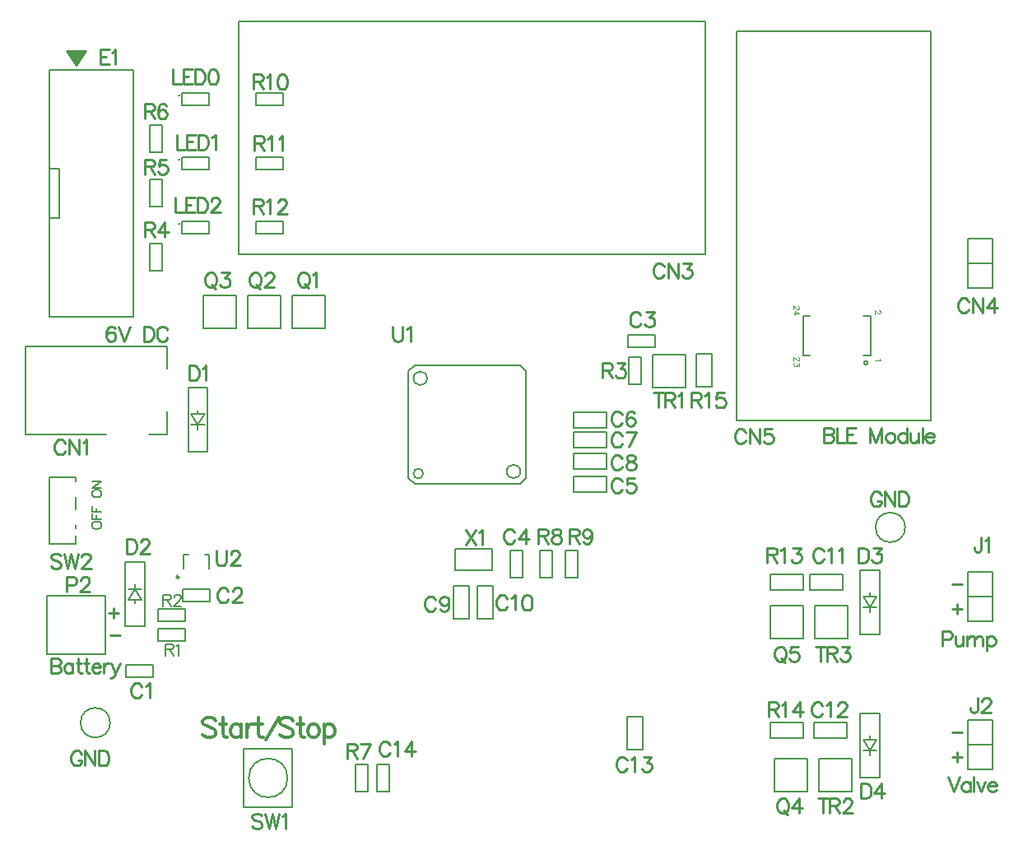
<source format=gto>
%FSLAX25Y25*%
%MOIN*%
G70*
G01*
G75*
G04 Layer_Color=65535*
%ADD10R,0.05906X0.00984*%
%ADD11R,0.03500X0.03500*%
%ADD12R,0.03937X0.03150*%
%ADD13R,0.05118X0.03937*%
%ADD14R,0.05906X0.03937*%
%ADD15R,0.03937X0.07087*%
%ADD16R,0.03500X0.03500*%
%ADD17R,0.03937X0.05118*%
%ADD18R,0.05906X0.07087*%
%ADD19R,0.03543X0.03740*%
%ADD20R,0.03543X0.03740*%
%ADD21R,0.00984X0.05906*%
%ADD22R,0.00787X0.04724*%
%ADD23R,0.03150X0.02362*%
%ADD24R,0.05512X0.01969*%
%ADD25R,0.05512X0.05512*%
%ADD26C,0.01969*%
%ADD27C,0.01181*%
%ADD28C,0.03937*%
%ADD29C,0.00787*%
%ADD30C,0.01000*%
%ADD31C,0.05512*%
%ADD32R,0.05512X0.05512*%
%ADD33R,0.05906X0.05906*%
%ADD34C,0.05906*%
%ADD35C,0.05512*%
%ADD36C,0.11024*%
%ADD37C,0.12598*%
%ADD38R,0.05906X0.05906*%
%ADD39O,0.07874X0.15748*%
%ADD40C,0.05906*%
%ADD41O,0.15748X0.07874*%
%ADD42O,0.07874X0.17716*%
%ADD43C,0.03937*%
%ADD44C,0.00591*%
%ADD45C,0.00984*%
%ADD46C,0.00600*%
%ADD47C,0.00598*%
%ADD48C,0.00591*%
%ADD49C,0.00394*%
%ADD50R,0.06000X0.01811*%
%ADD51R,0.02000X0.02500*%
%ADD52R,0.04000X0.02811*%
D27*
X68248Y-285138D02*
X67498Y-284388D01*
X66374Y-284014D01*
X64874D01*
X63750Y-284388D01*
X63000Y-285138D01*
Y-285888D01*
X63375Y-286638D01*
X63750Y-287013D01*
X64499Y-287387D01*
X66749Y-288137D01*
X67498Y-288512D01*
X67873Y-288887D01*
X68248Y-289637D01*
Y-290761D01*
X67498Y-291511D01*
X66374Y-291886D01*
X64874D01*
X63750Y-291511D01*
X63000Y-290761D01*
X71135Y-284014D02*
Y-290386D01*
X71510Y-291511D01*
X72259Y-291886D01*
X73009D01*
X70010Y-286638D02*
X72634D01*
X78632D02*
Y-291886D01*
Y-287762D02*
X77882Y-287013D01*
X77133Y-286638D01*
X76008D01*
X75258Y-287013D01*
X74509Y-287762D01*
X74134Y-288887D01*
Y-289637D01*
X74509Y-290761D01*
X75258Y-291511D01*
X76008Y-291886D01*
X77133D01*
X77882Y-291511D01*
X78632Y-290761D01*
X80731Y-286638D02*
Y-291886D01*
Y-288887D02*
X81106Y-287762D01*
X81856Y-287013D01*
X82606Y-286638D01*
X83731D01*
X85567Y-284014D02*
Y-290386D01*
X85942Y-291511D01*
X86692Y-291886D01*
X87442D01*
X84443Y-286638D02*
X87067D01*
X88566Y-293010D02*
X93814Y-284014D01*
X99588Y-285138D02*
X98838Y-284388D01*
X97713Y-284014D01*
X96214D01*
X95089Y-284388D01*
X94339Y-285138D01*
Y-285888D01*
X94714Y-286638D01*
X95089Y-287013D01*
X95839Y-287387D01*
X98088Y-288137D01*
X98838Y-288512D01*
X99213Y-288887D01*
X99588Y-289637D01*
Y-290761D01*
X98838Y-291511D01*
X97713Y-291886D01*
X96214D01*
X95089Y-291511D01*
X94339Y-290761D01*
X102474Y-284014D02*
Y-290386D01*
X102849Y-291511D01*
X103599Y-291886D01*
X104349D01*
X101349Y-286638D02*
X103974D01*
X107348D02*
X106598Y-287013D01*
X105848Y-287762D01*
X105473Y-288887D01*
Y-289637D01*
X105848Y-290761D01*
X106598Y-291511D01*
X107348Y-291886D01*
X108472D01*
X109222Y-291511D01*
X109972Y-290761D01*
X110346Y-289637D01*
Y-288887D01*
X109972Y-287762D01*
X109222Y-287013D01*
X108472Y-286638D01*
X107348D01*
X112071D02*
Y-294510D01*
Y-287762D02*
X112821Y-287013D01*
X113570Y-286638D01*
X114695D01*
X115445Y-287013D01*
X116194Y-287762D01*
X116569Y-288887D01*
Y-289637D01*
X116194Y-290761D01*
X115445Y-291511D01*
X114695Y-291886D01*
X113570D01*
X112821Y-291511D01*
X112071Y-290761D01*
D29*
X65618Y-223567D02*
Y-217760D01*
X55382Y-223567D02*
Y-217760D01*
X57153D01*
X63846D02*
X65618D01*
X77500Y-96386D02*
X266500D01*
X77500Y-1886D02*
X266500D01*
X77500Y-96386D02*
Y-1886D01*
X266500Y-96386D02*
Y-1886D01*
X48000Y-254162D02*
Y-258886D01*
Y-254162D02*
X50024D01*
X50699Y-254387D01*
X50924Y-254612D01*
X51149Y-255062D01*
Y-255512D01*
X50924Y-255962D01*
X50699Y-256187D01*
X50024Y-256412D01*
X48000D01*
X49575D02*
X51149Y-258886D01*
X52206Y-255062D02*
X52656Y-254837D01*
X53331Y-254162D01*
Y-258886D01*
X47000Y-234162D02*
Y-238886D01*
Y-234162D02*
X49024D01*
X49699Y-234387D01*
X49924Y-234612D01*
X50149Y-235062D01*
Y-235512D01*
X49924Y-235962D01*
X49699Y-236187D01*
X49024Y-236412D01*
X47000D01*
X48575D02*
X50149Y-238886D01*
X51431Y-235287D02*
Y-235062D01*
X51656Y-234612D01*
X51881Y-234387D01*
X52331Y-234162D01*
X53230D01*
X53680Y-234387D01*
X53905Y-234612D01*
X54130Y-235062D01*
Y-235512D01*
X53905Y-235962D01*
X53455Y-236637D01*
X51206Y-238886D01*
X54355D01*
D30*
X53500Y-83886D02*
G03*
X53500Y-83886I-200J0D01*
G01*
Y-57886D02*
G03*
X53500Y-57886I-200J0D01*
G01*
Y-31886D02*
G03*
X53500Y-31886I-200J0D01*
G01*
X138785Y-295028D02*
X138499Y-294457D01*
X137928Y-293885D01*
X137356Y-293600D01*
X136214D01*
X135643Y-293885D01*
X135071Y-294457D01*
X134786Y-295028D01*
X134500Y-295885D01*
Y-297313D01*
X134786Y-298170D01*
X135071Y-298742D01*
X135643Y-299313D01*
X136214Y-299598D01*
X137356D01*
X137928Y-299313D01*
X138499Y-298742D01*
X138785Y-298170D01*
X140470Y-294742D02*
X141042Y-294457D01*
X141898Y-293600D01*
Y-299598D01*
X147726Y-293600D02*
X144869Y-297599D01*
X149154D01*
X147726Y-293600D02*
Y-299598D01*
X38285Y-271430D02*
X37999Y-270858D01*
X37428Y-270287D01*
X36856Y-270001D01*
X35714D01*
X35143Y-270287D01*
X34571Y-270858D01*
X34286Y-271430D01*
X34000Y-272287D01*
Y-273715D01*
X34286Y-274572D01*
X34571Y-275143D01*
X35143Y-275714D01*
X35714Y-276000D01*
X36856D01*
X37428Y-275714D01*
X37999Y-275143D01*
X38285Y-274572D01*
X39970Y-271144D02*
X40541Y-270858D01*
X41398Y-270001D01*
Y-276000D01*
X73308Y-232815D02*
X73023Y-232244D01*
X72452Y-231673D01*
X71880Y-231387D01*
X70737D01*
X70166Y-231673D01*
X69595Y-232244D01*
X69309Y-232815D01*
X69024Y-233672D01*
Y-235101D01*
X69309Y-235958D01*
X69595Y-236529D01*
X70166Y-237100D01*
X70737Y-237386D01*
X71880D01*
X72452Y-237100D01*
X73023Y-236529D01*
X73308Y-235958D01*
X75279Y-232815D02*
Y-232530D01*
X75565Y-231958D01*
X75851Y-231673D01*
X76422Y-231387D01*
X77565D01*
X78136Y-231673D01*
X78422Y-231958D01*
X78707Y-232530D01*
Y-233101D01*
X78422Y-233672D01*
X77850Y-234529D01*
X74994Y-237386D01*
X78993D01*
X240354Y-121065D02*
X240068Y-120494D01*
X239497Y-119923D01*
X238925Y-119637D01*
X237783D01*
X237211Y-119923D01*
X236640Y-120494D01*
X236355Y-121065D01*
X236069Y-121922D01*
Y-123351D01*
X236355Y-124208D01*
X236640Y-124779D01*
X237211Y-125350D01*
X237783Y-125636D01*
X238925D01*
X239497Y-125350D01*
X240068Y-124779D01*
X240354Y-124208D01*
X242610Y-119637D02*
X245753D01*
X244039Y-121922D01*
X244896D01*
X245467Y-122208D01*
X245753Y-122494D01*
X246038Y-123351D01*
Y-123922D01*
X245753Y-124779D01*
X245181Y-125350D01*
X244324Y-125636D01*
X243467D01*
X242610Y-125350D01*
X242325Y-125065D01*
X242039Y-124493D01*
X189285Y-208930D02*
X188999Y-208358D01*
X188428Y-207787D01*
X187856Y-207501D01*
X186714D01*
X186143Y-207787D01*
X185571Y-208358D01*
X185286Y-208930D01*
X185000Y-209787D01*
Y-211215D01*
X185286Y-212072D01*
X185571Y-212643D01*
X186143Y-213214D01*
X186714Y-213500D01*
X187856D01*
X188428Y-213214D01*
X188999Y-212643D01*
X189285Y-212072D01*
X193827Y-207501D02*
X190970Y-211500D01*
X195255D01*
X193827Y-207501D02*
Y-213500D01*
X232785Y-188315D02*
X232499Y-187744D01*
X231928Y-187173D01*
X231357Y-186887D01*
X230214D01*
X229643Y-187173D01*
X229071Y-187744D01*
X228786Y-188315D01*
X228500Y-189172D01*
Y-190601D01*
X228786Y-191458D01*
X229071Y-192029D01*
X229643Y-192600D01*
X230214Y-192886D01*
X231357D01*
X231928Y-192600D01*
X232499Y-192029D01*
X232785Y-191458D01*
X237898Y-186887D02*
X235041D01*
X234756Y-189458D01*
X235041Y-189172D01*
X235898Y-188887D01*
X236755D01*
X237612Y-189172D01*
X238184Y-189744D01*
X238469Y-190601D01*
Y-191172D01*
X238184Y-192029D01*
X237612Y-192600D01*
X236755Y-192886D01*
X235898D01*
X235041Y-192600D01*
X234756Y-192315D01*
X234470Y-191743D01*
X232785Y-161315D02*
X232499Y-160744D01*
X231928Y-160173D01*
X231357Y-159887D01*
X230214D01*
X229643Y-160173D01*
X229071Y-160744D01*
X228786Y-161315D01*
X228500Y-162172D01*
Y-163601D01*
X228786Y-164458D01*
X229071Y-165029D01*
X229643Y-165600D01*
X230214Y-165886D01*
X231357D01*
X231928Y-165600D01*
X232499Y-165029D01*
X232785Y-164458D01*
X237898Y-160744D02*
X237612Y-160173D01*
X236755Y-159887D01*
X236184D01*
X235327Y-160173D01*
X234756Y-161030D01*
X234470Y-162458D01*
Y-163886D01*
X234756Y-165029D01*
X235327Y-165600D01*
X236184Y-165886D01*
X236470D01*
X237327Y-165600D01*
X237898Y-165029D01*
X238184Y-164172D01*
Y-163886D01*
X237898Y-163029D01*
X237327Y-162458D01*
X236470Y-162172D01*
X236184D01*
X235327Y-162458D01*
X234756Y-163029D01*
X234470Y-163886D01*
X232785Y-169815D02*
X232499Y-169244D01*
X231928Y-168673D01*
X231357Y-168387D01*
X230214D01*
X229643Y-168673D01*
X229071Y-169244D01*
X228786Y-169815D01*
X228500Y-170672D01*
Y-172101D01*
X228786Y-172958D01*
X229071Y-173529D01*
X229643Y-174100D01*
X230214Y-174386D01*
X231357D01*
X231928Y-174100D01*
X232499Y-173529D01*
X232785Y-172958D01*
X238469Y-168387D02*
X235613Y-174386D01*
X234470Y-168387D02*
X238469D01*
X232785Y-179079D02*
X232499Y-178508D01*
X231928Y-177937D01*
X231357Y-177651D01*
X230214D01*
X229643Y-177937D01*
X229071Y-178508D01*
X228786Y-179079D01*
X228500Y-179936D01*
Y-181364D01*
X228786Y-182221D01*
X229071Y-182793D01*
X229643Y-183364D01*
X230214Y-183650D01*
X231357D01*
X231928Y-183364D01*
X232499Y-182793D01*
X232785Y-182221D01*
X235898Y-177651D02*
X235041Y-177937D01*
X234756Y-178508D01*
Y-179079D01*
X235041Y-179650D01*
X235613Y-179936D01*
X236755Y-180222D01*
X237612Y-180508D01*
X238184Y-181079D01*
X238469Y-181650D01*
Y-182507D01*
X238184Y-183078D01*
X237898Y-183364D01*
X237041Y-183650D01*
X235898D01*
X235041Y-183364D01*
X234756Y-183078D01*
X234470Y-182507D01*
Y-181650D01*
X234756Y-181079D01*
X235327Y-180508D01*
X236184Y-180222D01*
X237327Y-179936D01*
X237898Y-179650D01*
X238184Y-179079D01*
Y-178508D01*
X237898Y-177937D01*
X237041Y-177651D01*
X235898D01*
X157285Y-236315D02*
X156999Y-235744D01*
X156428Y-235173D01*
X155857Y-234887D01*
X154714D01*
X154143Y-235173D01*
X153571Y-235744D01*
X153286Y-236315D01*
X153000Y-237172D01*
Y-238601D01*
X153286Y-239458D01*
X153571Y-240029D01*
X154143Y-240600D01*
X154714Y-240886D01*
X155857D01*
X156428Y-240600D01*
X156999Y-240029D01*
X157285Y-239458D01*
X162684Y-236887D02*
X162398Y-237744D01*
X161827Y-238315D01*
X160970Y-238601D01*
X160684D01*
X159827Y-238315D01*
X159256Y-237744D01*
X158970Y-236887D01*
Y-236601D01*
X159256Y-235744D01*
X159827Y-235173D01*
X160684Y-234887D01*
X160970D01*
X161827Y-235173D01*
X162398Y-235744D01*
X162684Y-236887D01*
Y-238315D01*
X162398Y-239743D01*
X161827Y-240600D01*
X160970Y-240886D01*
X160398D01*
X159541Y-240600D01*
X159256Y-240029D01*
X186285Y-235815D02*
X185999Y-235244D01*
X185428Y-234673D01*
X184856Y-234387D01*
X183714D01*
X183143Y-234673D01*
X182571Y-235244D01*
X182286Y-235815D01*
X182000Y-236672D01*
Y-238101D01*
X182286Y-238958D01*
X182571Y-239529D01*
X183143Y-240100D01*
X183714Y-240386D01*
X184856D01*
X185428Y-240100D01*
X185999Y-239529D01*
X186285Y-238958D01*
X187970Y-235530D02*
X188541Y-235244D01*
X189398Y-234387D01*
Y-240386D01*
X194083Y-234387D02*
X193226Y-234673D01*
X192655Y-235530D01*
X192369Y-236958D01*
Y-237815D01*
X192655Y-239243D01*
X193226Y-240100D01*
X194083Y-240386D01*
X194654D01*
X195511Y-240100D01*
X196083Y-239243D01*
X196368Y-237815D01*
Y-236958D01*
X196083Y-235530D01*
X195511Y-234673D01*
X194654Y-234387D01*
X194083D01*
X234785Y-301315D02*
X234499Y-300744D01*
X233928Y-300173D01*
X233356Y-299887D01*
X232214D01*
X231643Y-300173D01*
X231071Y-300744D01*
X230786Y-301315D01*
X230500Y-302172D01*
Y-303601D01*
X230786Y-304458D01*
X231071Y-305029D01*
X231643Y-305600D01*
X232214Y-305886D01*
X233356D01*
X233928Y-305600D01*
X234499Y-305029D01*
X234785Y-304458D01*
X236470Y-301030D02*
X237041Y-300744D01*
X237898Y-299887D01*
Y-305886D01*
X241441Y-299887D02*
X244583D01*
X242869Y-302172D01*
X243726D01*
X244297Y-302458D01*
X244583Y-302744D01*
X244868Y-303601D01*
Y-304172D01*
X244583Y-305029D01*
X244011Y-305600D01*
X243154Y-305886D01*
X242298D01*
X241441Y-305600D01*
X241155Y-305314D01*
X240869Y-304743D01*
X7285Y-172815D02*
X6999Y-172244D01*
X6428Y-171673D01*
X5856Y-171387D01*
X4714D01*
X4143Y-171673D01*
X3571Y-172244D01*
X3286Y-172815D01*
X3000Y-173672D01*
Y-175101D01*
X3286Y-175958D01*
X3571Y-176529D01*
X4143Y-177100D01*
X4714Y-177386D01*
X5856D01*
X6428Y-177100D01*
X6999Y-176529D01*
X7285Y-175958D01*
X8970Y-171387D02*
Y-177386D01*
Y-171387D02*
X12969Y-177386D01*
Y-171387D02*
Y-177386D01*
X14626Y-172530D02*
X15197Y-172244D01*
X16054Y-171387D01*
Y-177386D01*
X57500Y-141387D02*
Y-147386D01*
Y-141387D02*
X59500D01*
X60356Y-141673D01*
X60928Y-142244D01*
X61213Y-142815D01*
X61499Y-143672D01*
Y-145101D01*
X61213Y-145958D01*
X60928Y-146529D01*
X60356Y-147100D01*
X59500Y-147386D01*
X57500D01*
X62842Y-142530D02*
X63413Y-142244D01*
X64270Y-141387D01*
Y-147386D01*
X32250Y-211539D02*
Y-217537D01*
Y-211539D02*
X34250D01*
X35107Y-211824D01*
X35678Y-212396D01*
X35963Y-212967D01*
X36249Y-213824D01*
Y-215252D01*
X35963Y-216109D01*
X35678Y-216680D01*
X35107Y-217252D01*
X34250Y-217537D01*
X32250D01*
X37877Y-212967D02*
Y-212681D01*
X38163Y-212110D01*
X38449Y-211824D01*
X39020Y-211539D01*
X40163D01*
X40734Y-211824D01*
X41019Y-212110D01*
X41305Y-212681D01*
Y-213253D01*
X41019Y-213824D01*
X40448Y-214681D01*
X37592Y-217537D01*
X41591D01*
X328685Y-215163D02*
Y-221161D01*
Y-215163D02*
X330685D01*
X331542Y-215448D01*
X332113Y-216020D01*
X332399Y-216591D01*
X332684Y-217448D01*
Y-218876D01*
X332399Y-219733D01*
X332113Y-220304D01*
X331542Y-220876D01*
X330685Y-221161D01*
X328685D01*
X334598Y-215163D02*
X337740D01*
X336026Y-217448D01*
X336883D01*
X337455Y-217734D01*
X337740Y-218019D01*
X338026Y-218876D01*
Y-219447D01*
X337740Y-220304D01*
X337169Y-220876D01*
X336312Y-221161D01*
X335455D01*
X334598Y-220876D01*
X334312Y-220590D01*
X334027Y-220019D01*
X329685Y-310663D02*
Y-316661D01*
Y-310663D02*
X331685D01*
X332542Y-310948D01*
X333113Y-311520D01*
X333399Y-312091D01*
X333684Y-312948D01*
Y-314376D01*
X333399Y-315233D01*
X333113Y-315805D01*
X332542Y-316376D01*
X331685Y-316661D01*
X329685D01*
X337883Y-310663D02*
X335027Y-314662D01*
X339312D01*
X337883Y-310663D02*
Y-316661D01*
X25214Y-13387D02*
X21500D01*
Y-19386D01*
X25214D01*
X21500Y-16244D02*
X23785D01*
X26213Y-14530D02*
X26785Y-14244D01*
X27642Y-13387D01*
Y-19386D01*
X378309Y-211001D02*
Y-215572D01*
X378024Y-216429D01*
X377738Y-216714D01*
X377167Y-217000D01*
X376595D01*
X376024Y-216714D01*
X375738Y-216429D01*
X375453Y-215572D01*
Y-215000D01*
X379852Y-212144D02*
X380423Y-211858D01*
X381280Y-211001D01*
Y-217000D01*
X376809Y-276001D02*
Y-280572D01*
X376524Y-281429D01*
X376238Y-281714D01*
X375667Y-282000D01*
X375095D01*
X374524Y-281714D01*
X374238Y-281429D01*
X373953Y-280572D01*
Y-280000D01*
X378638Y-277430D02*
Y-277144D01*
X378923Y-276573D01*
X379209Y-276287D01*
X379780Y-276001D01*
X380923D01*
X381494Y-276287D01*
X381780Y-276573D01*
X382065Y-277144D01*
Y-277715D01*
X381780Y-278287D01*
X381208Y-279144D01*
X378352Y-282000D01*
X382351D01*
X51000Y-21387D02*
Y-27386D01*
X54428D01*
X58798Y-21387D02*
X55085D01*
Y-27386D01*
X58798D01*
X55085Y-24244D02*
X57370D01*
X59798Y-21387D02*
Y-27386D01*
Y-21387D02*
X61798D01*
X62655Y-21673D01*
X63226Y-22244D01*
X63512Y-22815D01*
X63797Y-23672D01*
Y-25101D01*
X63512Y-25958D01*
X63226Y-26529D01*
X62655Y-27100D01*
X61798Y-27386D01*
X59798D01*
X66854Y-21387D02*
X65997Y-21673D01*
X65425Y-22530D01*
X65140Y-23958D01*
Y-24815D01*
X65425Y-26243D01*
X65997Y-27100D01*
X66854Y-27386D01*
X67425D01*
X68282Y-27100D01*
X68853Y-26243D01*
X69139Y-24815D01*
Y-23958D01*
X68853Y-22530D01*
X68282Y-21673D01*
X67425Y-21387D01*
X66854D01*
X52500Y-47887D02*
Y-53886D01*
X55928D01*
X60298Y-47887D02*
X56585D01*
Y-53886D01*
X60298D01*
X56585Y-50744D02*
X58870D01*
X61298Y-47887D02*
Y-53886D01*
Y-47887D02*
X63298D01*
X64155Y-48173D01*
X64726Y-48744D01*
X65012Y-49315D01*
X65297Y-50172D01*
Y-51601D01*
X65012Y-52458D01*
X64726Y-53029D01*
X64155Y-53600D01*
X63298Y-53886D01*
X61298D01*
X66640Y-49030D02*
X67211Y-48744D01*
X68068Y-47887D01*
Y-53886D01*
X52000Y-73387D02*
Y-79386D01*
X55428D01*
X59798Y-73387D02*
X56085D01*
Y-79386D01*
X59798D01*
X56085Y-76244D02*
X58370D01*
X60798Y-73387D02*
Y-79386D01*
Y-73387D02*
X62798D01*
X63655Y-73673D01*
X64226Y-74244D01*
X64512Y-74815D01*
X64797Y-75672D01*
Y-77101D01*
X64512Y-77958D01*
X64226Y-78529D01*
X63655Y-79100D01*
X62798Y-79386D01*
X60798D01*
X66426Y-74815D02*
Y-74530D01*
X66711Y-73958D01*
X66997Y-73673D01*
X67568Y-73387D01*
X68711D01*
X69282Y-73673D01*
X69568Y-73958D01*
X69853Y-74530D01*
Y-75101D01*
X69568Y-75672D01*
X68996Y-76529D01*
X66140Y-79386D01*
X70139D01*
X8000Y-230143D02*
X10571D01*
X11428Y-229858D01*
X11714Y-229572D01*
X11999Y-229001D01*
Y-228144D01*
X11714Y-227573D01*
X11428Y-227287D01*
X10571Y-227001D01*
X8000D01*
Y-233000D01*
X13627Y-228430D02*
Y-228144D01*
X13913Y-227573D01*
X14199Y-227287D01*
X14770Y-227001D01*
X15913D01*
X16484Y-227287D01*
X16770Y-227573D01*
X17055Y-228144D01*
Y-228715D01*
X16770Y-229287D01*
X16198Y-230143D01*
X13342Y-233000D01*
X17341D01*
X225000Y-140387D02*
Y-146386D01*
Y-140387D02*
X227571D01*
X228428Y-140673D01*
X228713Y-140958D01*
X228999Y-141530D01*
Y-142101D01*
X228713Y-142672D01*
X228428Y-142958D01*
X227571Y-143244D01*
X225000D01*
X227000D02*
X228999Y-146386D01*
X230913Y-140387D02*
X234055D01*
X232341Y-142672D01*
X233198D01*
X233769Y-142958D01*
X234055Y-143244D01*
X234341Y-144101D01*
Y-144672D01*
X234055Y-145529D01*
X233484Y-146100D01*
X232627Y-146386D01*
X231770D01*
X230913Y-146100D01*
X230627Y-145815D01*
X230342Y-145243D01*
X39500Y-83387D02*
Y-89386D01*
Y-83387D02*
X42071D01*
X42928Y-83673D01*
X43213Y-83958D01*
X43499Y-84530D01*
Y-85101D01*
X43213Y-85672D01*
X42928Y-85958D01*
X42071Y-86244D01*
X39500D01*
X41500D02*
X43499Y-89386D01*
X47698Y-83387D02*
X44842Y-87386D01*
X49126D01*
X47698Y-83387D02*
Y-89386D01*
X39500Y-57887D02*
Y-63886D01*
Y-57887D02*
X42071D01*
X42928Y-58173D01*
X43213Y-58458D01*
X43499Y-59030D01*
Y-59601D01*
X43213Y-60172D01*
X42928Y-60458D01*
X42071Y-60744D01*
X39500D01*
X41500D02*
X43499Y-63886D01*
X48270Y-57887D02*
X45413D01*
X45127Y-60458D01*
X45413Y-60172D01*
X46270Y-59887D01*
X47127D01*
X47984Y-60172D01*
X48555Y-60744D01*
X48841Y-61601D01*
Y-62172D01*
X48555Y-63029D01*
X47984Y-63600D01*
X47127Y-63886D01*
X46270D01*
X45413Y-63600D01*
X45127Y-63314D01*
X44842Y-62743D01*
X39500Y-35387D02*
Y-41386D01*
Y-35387D02*
X42071D01*
X42928Y-35673D01*
X43213Y-35958D01*
X43499Y-36530D01*
Y-37101D01*
X43213Y-37672D01*
X42928Y-37958D01*
X42071Y-38244D01*
X39500D01*
X41500D02*
X43499Y-41386D01*
X48270Y-36244D02*
X47984Y-35673D01*
X47127Y-35387D01*
X46556D01*
X45699Y-35673D01*
X45127Y-36530D01*
X44842Y-37958D01*
Y-39386D01*
X45127Y-40529D01*
X45699Y-41100D01*
X46556Y-41386D01*
X46841D01*
X47698Y-41100D01*
X48270Y-40529D01*
X48555Y-39672D01*
Y-39386D01*
X48270Y-38529D01*
X47698Y-37958D01*
X46841Y-37672D01*
X46556D01*
X45699Y-37958D01*
X45127Y-38529D01*
X44842Y-39386D01*
X121500Y-294501D02*
Y-300500D01*
Y-294501D02*
X124071D01*
X124928Y-294787D01*
X125214Y-295073D01*
X125499Y-295644D01*
Y-296215D01*
X125214Y-296786D01*
X124928Y-297072D01*
X124071Y-297358D01*
X121500D01*
X123500D02*
X125499Y-300500D01*
X130841Y-294501D02*
X127984Y-300500D01*
X126842Y-294501D02*
X130841D01*
X199000Y-207501D02*
Y-213500D01*
Y-207501D02*
X201571D01*
X202428Y-207787D01*
X202713Y-208073D01*
X202999Y-208644D01*
Y-209215D01*
X202713Y-209787D01*
X202428Y-210072D01*
X201571Y-210358D01*
X199000D01*
X201000D02*
X202999Y-213500D01*
X205770Y-207501D02*
X204913Y-207787D01*
X204627Y-208358D01*
Y-208930D01*
X204913Y-209501D01*
X205484Y-209787D01*
X206627Y-210072D01*
X207484Y-210358D01*
X208055Y-210929D01*
X208341Y-211500D01*
Y-212357D01*
X208055Y-212929D01*
X207769Y-213214D01*
X206913Y-213500D01*
X205770D01*
X204913Y-213214D01*
X204627Y-212929D01*
X204342Y-212357D01*
Y-211500D01*
X204627Y-210929D01*
X205199Y-210358D01*
X206056Y-210072D01*
X207198Y-209787D01*
X207769Y-209501D01*
X208055Y-208930D01*
Y-208358D01*
X207769Y-207787D01*
X206913Y-207501D01*
X205770D01*
X211500D02*
Y-213500D01*
Y-207501D02*
X214071D01*
X214928Y-207787D01*
X215213Y-208073D01*
X215499Y-208644D01*
Y-209215D01*
X215213Y-209787D01*
X214928Y-210072D01*
X214071Y-210358D01*
X211500D01*
X213500D02*
X215499Y-213500D01*
X220555Y-209501D02*
X220269Y-210358D01*
X219698Y-210929D01*
X218841Y-211215D01*
X218556D01*
X217699Y-210929D01*
X217127Y-210358D01*
X216842Y-209501D01*
Y-209215D01*
X217127Y-208358D01*
X217699Y-207787D01*
X218556Y-207501D01*
X218841D01*
X219698Y-207787D01*
X220269Y-208358D01*
X220555Y-209501D01*
Y-210929D01*
X220269Y-212357D01*
X219698Y-213214D01*
X218841Y-213500D01*
X218270D01*
X217413Y-213214D01*
X217127Y-212643D01*
X83500Y-23387D02*
Y-29386D01*
Y-23387D02*
X86071D01*
X86928Y-23673D01*
X87213Y-23958D01*
X87499Y-24530D01*
Y-25101D01*
X87213Y-25672D01*
X86928Y-25958D01*
X86071Y-26244D01*
X83500D01*
X85500D02*
X87499Y-29386D01*
X88842Y-24530D02*
X89413Y-24244D01*
X90270Y-23387D01*
Y-29386D01*
X94955Y-23387D02*
X94098Y-23673D01*
X93526Y-24530D01*
X93241Y-25958D01*
Y-26815D01*
X93526Y-28243D01*
X94098Y-29100D01*
X94955Y-29386D01*
X95526D01*
X96383Y-29100D01*
X96954Y-28243D01*
X97240Y-26815D01*
Y-25958D01*
X96954Y-24530D01*
X96383Y-23673D01*
X95526Y-23387D01*
X94955D01*
X84000Y-48387D02*
Y-54386D01*
Y-48387D02*
X86571D01*
X87428Y-48673D01*
X87713Y-48958D01*
X87999Y-49530D01*
Y-50101D01*
X87713Y-50672D01*
X87428Y-50958D01*
X86571Y-51244D01*
X84000D01*
X86000D02*
X87999Y-54386D01*
X89342Y-49530D02*
X89913Y-49244D01*
X90770Y-48387D01*
Y-54386D01*
X93741Y-49530D02*
X94312Y-49244D01*
X95169Y-48387D01*
Y-54386D01*
X83500Y-73887D02*
Y-79886D01*
Y-73887D02*
X86071D01*
X86928Y-74173D01*
X87213Y-74458D01*
X87499Y-75030D01*
Y-75601D01*
X87213Y-76172D01*
X86928Y-76458D01*
X86071Y-76744D01*
X83500D01*
X85500D02*
X87499Y-79886D01*
X88842Y-75030D02*
X89413Y-74744D01*
X90270Y-73887D01*
Y-79886D01*
X93526Y-75315D02*
Y-75030D01*
X93812Y-74458D01*
X94098Y-74173D01*
X94669Y-73887D01*
X95812D01*
X96383Y-74173D01*
X96669Y-74458D01*
X96954Y-75030D01*
Y-75601D01*
X96669Y-76172D01*
X96097Y-77029D01*
X93241Y-79886D01*
X97240D01*
X291685Y-215163D02*
Y-221161D01*
Y-215163D02*
X294256D01*
X295113Y-215448D01*
X295398Y-215734D01*
X295684Y-216305D01*
Y-216877D01*
X295398Y-217448D01*
X295113Y-217734D01*
X294256Y-218019D01*
X291685D01*
X293685D02*
X295684Y-221161D01*
X297027Y-216305D02*
X297598Y-216020D01*
X298455Y-215163D01*
Y-221161D01*
X301997Y-215163D02*
X305139D01*
X303425Y-217448D01*
X304282D01*
X304854Y-217734D01*
X305139Y-218019D01*
X305425Y-218876D01*
Y-219447D01*
X305139Y-220304D01*
X304568Y-220876D01*
X303711Y-221161D01*
X302854D01*
X301997Y-220876D01*
X301712Y-220590D01*
X301426Y-220019D01*
X292185Y-277663D02*
Y-283661D01*
Y-277663D02*
X294756D01*
X295613Y-277948D01*
X295899Y-278234D01*
X296184Y-278805D01*
Y-279377D01*
X295899Y-279948D01*
X295613Y-280234D01*
X294756Y-280519D01*
X292185D01*
X294185D02*
X296184Y-283661D01*
X297527Y-278805D02*
X298098Y-278520D01*
X298955Y-277663D01*
Y-283661D01*
X304782Y-277663D02*
X301926Y-281662D01*
X306211D01*
X304782Y-277663D02*
Y-283661D01*
X86999Y-323744D02*
X86428Y-323173D01*
X85571Y-322887D01*
X84428D01*
X83571Y-323173D01*
X83000Y-323744D01*
Y-324315D01*
X83286Y-324887D01*
X83571Y-325172D01*
X84143Y-325458D01*
X85856Y-326029D01*
X86428Y-326315D01*
X86713Y-326601D01*
X86999Y-327172D01*
Y-328029D01*
X86428Y-328600D01*
X85571Y-328886D01*
X84428D01*
X83571Y-328600D01*
X83000Y-328029D01*
X88342Y-322887D02*
X89770Y-328886D01*
X91198Y-322887D02*
X89770Y-328886D01*
X91198Y-322887D02*
X92627Y-328886D01*
X94055Y-322887D02*
X92627Y-328886D01*
X95254Y-324030D02*
X95826Y-323744D01*
X96683Y-322887D01*
Y-328886D01*
X247500Y-152387D02*
Y-158386D01*
X245500Y-152387D02*
X249499D01*
X250213D02*
Y-158386D01*
Y-152387D02*
X252784D01*
X253641Y-152673D01*
X253927Y-152958D01*
X254212Y-153530D01*
Y-154101D01*
X253927Y-154672D01*
X253641Y-154958D01*
X252784Y-155244D01*
X250213D01*
X252213D02*
X254212Y-158386D01*
X255555Y-153530D02*
X256126Y-153244D01*
X256983Y-152387D01*
Y-158386D01*
X140050Y-125437D02*
Y-129722D01*
X140336Y-130579D01*
X140907Y-131150D01*
X141764Y-131436D01*
X142335D01*
X143192Y-131150D01*
X143763Y-130579D01*
X144049Y-129722D01*
Y-125437D01*
X145706Y-126580D02*
X146277Y-126294D01*
X147134Y-125437D01*
Y-131436D01*
X68500Y-216387D02*
Y-220672D01*
X68786Y-221529D01*
X69357Y-222100D01*
X70214Y-222386D01*
X70785D01*
X71642Y-222100D01*
X72214Y-221529D01*
X72499Y-220672D01*
Y-216387D01*
X74442Y-217815D02*
Y-217530D01*
X74727Y-216958D01*
X75013Y-216673D01*
X75584Y-216387D01*
X76727D01*
X77298Y-216673D01*
X77584Y-216958D01*
X77869Y-217530D01*
Y-218101D01*
X77584Y-218672D01*
X77012Y-219529D01*
X74156Y-222386D01*
X78155D01*
X169500Y-207887D02*
X173499Y-213886D01*
Y-207887D02*
X169500Y-213886D01*
X174842Y-209030D02*
X175413Y-208744D01*
X176270Y-207887D01*
Y-213886D01*
X282785Y-168430D02*
X282499Y-167858D01*
X281928Y-167287D01*
X281357Y-167001D01*
X280214D01*
X279643Y-167287D01*
X279071Y-167858D01*
X278786Y-168430D01*
X278500Y-169287D01*
Y-170715D01*
X278786Y-171572D01*
X279071Y-172143D01*
X279643Y-172714D01*
X280214Y-173000D01*
X281357D01*
X281928Y-172714D01*
X282499Y-172143D01*
X282785Y-171572D01*
X284470Y-167001D02*
Y-173000D01*
Y-167001D02*
X288469Y-173000D01*
Y-167001D02*
Y-173000D01*
X293554Y-167001D02*
X290697D01*
X290412Y-169572D01*
X290697Y-169287D01*
X291554Y-169001D01*
X292411D01*
X293268Y-169287D01*
X293840Y-169858D01*
X294125Y-170715D01*
Y-171286D01*
X293840Y-172143D01*
X293268Y-172714D01*
X292411Y-173000D01*
X291554D01*
X290697Y-172714D01*
X290412Y-172429D01*
X290126Y-171857D01*
X314470Y-216591D02*
X314184Y-216020D01*
X313613Y-215448D01*
X313042Y-215163D01*
X311899D01*
X311328Y-215448D01*
X310756Y-216020D01*
X310471Y-216591D01*
X310185Y-217448D01*
Y-218876D01*
X310471Y-219733D01*
X310756Y-220304D01*
X311328Y-220876D01*
X311899Y-221161D01*
X313042D01*
X313613Y-220876D01*
X314184Y-220304D01*
X314470Y-219733D01*
X316155Y-216305D02*
X316726Y-216020D01*
X317583Y-215163D01*
Y-221161D01*
X320554Y-216305D02*
X321126Y-216020D01*
X321983Y-215163D01*
Y-221161D01*
X313970Y-279091D02*
X313684Y-278520D01*
X313113Y-277948D01*
X312542Y-277663D01*
X311399D01*
X310828Y-277948D01*
X310256Y-278520D01*
X309971Y-279091D01*
X309685Y-279948D01*
Y-281376D01*
X309971Y-282233D01*
X310256Y-282804D01*
X310828Y-283376D01*
X311399Y-283661D01*
X312542D01*
X313113Y-283376D01*
X313684Y-282804D01*
X313970Y-282233D01*
X315655Y-278805D02*
X316227Y-278520D01*
X317084Y-277663D01*
Y-283661D01*
X320340Y-279091D02*
Y-278805D01*
X320626Y-278234D01*
X320911Y-277948D01*
X321482Y-277663D01*
X322625D01*
X323196Y-277948D01*
X323482Y-278234D01*
X323768Y-278805D01*
Y-279377D01*
X323482Y-279948D01*
X322911Y-280805D01*
X320054Y-283661D01*
X324053D01*
X249785Y-101315D02*
X249499Y-100744D01*
X248928Y-100173D01*
X248357Y-99887D01*
X247214D01*
X246643Y-100173D01*
X246071Y-100744D01*
X245786Y-101315D01*
X245500Y-102172D01*
Y-103601D01*
X245786Y-104458D01*
X246071Y-105029D01*
X246643Y-105600D01*
X247214Y-105886D01*
X248357D01*
X248928Y-105600D01*
X249499Y-105029D01*
X249785Y-104458D01*
X251470Y-99887D02*
Y-105886D01*
Y-99887D02*
X255469Y-105886D01*
Y-99887D02*
Y-105886D01*
X257697Y-99887D02*
X260840D01*
X259126Y-102172D01*
X259983D01*
X260554Y-102458D01*
X260840Y-102744D01*
X261125Y-103601D01*
Y-104172D01*
X260840Y-105029D01*
X260268Y-105600D01*
X259411Y-105886D01*
X258554D01*
X257697Y-105600D01*
X257412Y-105315D01*
X257126Y-104743D01*
X373238Y-115429D02*
X372952Y-114858D01*
X372381Y-114287D01*
X371809Y-114001D01*
X370667D01*
X370095Y-114287D01*
X369524Y-114858D01*
X369238Y-115429D01*
X368953Y-116287D01*
Y-117715D01*
X369238Y-118572D01*
X369524Y-119143D01*
X370095Y-119714D01*
X370667Y-120000D01*
X371809D01*
X372381Y-119714D01*
X372952Y-119143D01*
X373238Y-118572D01*
X374923Y-114001D02*
Y-120000D01*
Y-114001D02*
X378922Y-120000D01*
Y-114001D02*
Y-120000D01*
X383435Y-114001D02*
X380579Y-118000D01*
X384864D01*
X383435Y-114001D02*
Y-120000D01*
X103214Y-103501D02*
X102643Y-103787D01*
X102071Y-104358D01*
X101786Y-104929D01*
X101500Y-105787D01*
Y-107215D01*
X101786Y-108072D01*
X102071Y-108643D01*
X102643Y-109214D01*
X103214Y-109500D01*
X104357D01*
X104928Y-109214D01*
X105499Y-108643D01*
X105785Y-108072D01*
X106070Y-107215D01*
Y-105787D01*
X105785Y-104929D01*
X105499Y-104358D01*
X104928Y-103787D01*
X104357Y-103501D01*
X103214D01*
X104071Y-108357D02*
X105785Y-110071D01*
X107470Y-104644D02*
X108042Y-104358D01*
X108898Y-103501D01*
Y-109500D01*
X83764Y-103637D02*
X83193Y-103923D01*
X82621Y-104494D01*
X82336Y-105065D01*
X82050Y-105922D01*
Y-107351D01*
X82336Y-108208D01*
X82621Y-108779D01*
X83193Y-109350D01*
X83764Y-109636D01*
X84907D01*
X85478Y-109350D01*
X86049Y-108779D01*
X86335Y-108208D01*
X86620Y-107351D01*
Y-105922D01*
X86335Y-105065D01*
X86049Y-104494D01*
X85478Y-103923D01*
X84907Y-103637D01*
X83764D01*
X84621Y-108493D02*
X86335Y-110207D01*
X88306Y-105065D02*
Y-104780D01*
X88591Y-104208D01*
X88877Y-103923D01*
X89448Y-103637D01*
X90591D01*
X91162Y-103923D01*
X91448Y-104208D01*
X91734Y-104780D01*
Y-105351D01*
X91448Y-105922D01*
X90877Y-106779D01*
X88020Y-109636D01*
X92019D01*
X65764Y-103637D02*
X65193Y-103923D01*
X64621Y-104494D01*
X64336Y-105065D01*
X64050Y-105922D01*
Y-107351D01*
X64336Y-108208D01*
X64621Y-108779D01*
X65193Y-109350D01*
X65764Y-109636D01*
X66906D01*
X67478Y-109350D01*
X68049Y-108779D01*
X68335Y-108208D01*
X68621Y-107351D01*
Y-105922D01*
X68335Y-105065D01*
X68049Y-104494D01*
X67478Y-103923D01*
X66906Y-103637D01*
X65764D01*
X66621Y-108493D02*
X68335Y-110207D01*
X70591Y-103637D02*
X73734D01*
X72020Y-105922D01*
X72877D01*
X73448Y-106208D01*
X73734Y-106494D01*
X74019Y-107351D01*
Y-107922D01*
X73734Y-108779D01*
X73162Y-109350D01*
X72305Y-109636D01*
X71448D01*
X70591Y-109350D01*
X70306Y-109064D01*
X70020Y-108493D01*
X297399Y-316663D02*
X296828Y-316948D01*
X296256Y-317520D01*
X295971Y-318091D01*
X295685Y-318948D01*
Y-320376D01*
X295971Y-321233D01*
X296256Y-321804D01*
X296828Y-322376D01*
X297399Y-322661D01*
X298542D01*
X299113Y-322376D01*
X299684Y-321804D01*
X299970Y-321233D01*
X300255Y-320376D01*
Y-318948D01*
X299970Y-318091D01*
X299684Y-317520D01*
X299113Y-316948D01*
X298542Y-316663D01*
X297399D01*
X298256Y-321519D02*
X299970Y-323233D01*
X304512Y-316663D02*
X301655Y-320662D01*
X305940D01*
X304512Y-316663D02*
Y-322661D01*
X296399Y-255163D02*
X295828Y-255448D01*
X295256Y-256020D01*
X294971Y-256591D01*
X294685Y-257448D01*
Y-258876D01*
X294971Y-259733D01*
X295256Y-260304D01*
X295828Y-260876D01*
X296399Y-261161D01*
X297542D01*
X298113Y-260876D01*
X298684Y-260304D01*
X298970Y-259733D01*
X299255Y-258876D01*
Y-257448D01*
X298970Y-256591D01*
X298684Y-256020D01*
X298113Y-255448D01*
X297542Y-255163D01*
X296399D01*
X297256Y-260019D02*
X298970Y-261733D01*
X304083Y-255163D02*
X301226D01*
X300941Y-257734D01*
X301226Y-257448D01*
X302083Y-257162D01*
X302940D01*
X303797Y-257448D01*
X304369Y-258019D01*
X304654Y-258876D01*
Y-259448D01*
X304369Y-260304D01*
X303797Y-260876D01*
X302940Y-261161D01*
X302083D01*
X301226Y-260876D01*
X300941Y-260590D01*
X300655Y-260019D01*
X314185Y-316663D02*
Y-322661D01*
X312185Y-316663D02*
X316184D01*
X316898D02*
Y-322661D01*
Y-316663D02*
X319469D01*
X320326Y-316948D01*
X320612Y-317234D01*
X320898Y-317805D01*
Y-318377D01*
X320612Y-318948D01*
X320326Y-319234D01*
X319469Y-319519D01*
X316898D01*
X318898D02*
X320898Y-322661D01*
X322526Y-318091D02*
Y-317805D01*
X322811Y-317234D01*
X323097Y-316948D01*
X323668Y-316663D01*
X324811D01*
X325382Y-316948D01*
X325668Y-317234D01*
X325954Y-317805D01*
Y-318377D01*
X325668Y-318948D01*
X325097Y-319805D01*
X322240Y-322661D01*
X326239D01*
X313185Y-255163D02*
Y-261161D01*
X311185Y-255163D02*
X315184D01*
X315898D02*
Y-261161D01*
Y-255163D02*
X318469D01*
X319326Y-255448D01*
X319612Y-255734D01*
X319898Y-256305D01*
Y-256877D01*
X319612Y-257448D01*
X319326Y-257734D01*
X318469Y-258019D01*
X315898D01*
X317898D02*
X319898Y-261161D01*
X321811Y-255163D02*
X324954D01*
X323240Y-257448D01*
X324097D01*
X324668Y-257734D01*
X324954Y-258019D01*
X325239Y-258876D01*
Y-259448D01*
X324954Y-260304D01*
X324382Y-260876D01*
X323525Y-261161D01*
X322668D01*
X321811Y-260876D01*
X321526Y-260590D01*
X321240Y-260019D01*
X261000Y-152387D02*
Y-158386D01*
Y-152387D02*
X263571D01*
X264428Y-152673D01*
X264714Y-152958D01*
X264999Y-153530D01*
Y-154101D01*
X264714Y-154672D01*
X264428Y-154958D01*
X263571Y-155244D01*
X261000D01*
X263000D02*
X264999Y-158386D01*
X266342Y-153530D02*
X266913Y-153244D01*
X267770Y-152387D01*
Y-158386D01*
X274169Y-152387D02*
X271312D01*
X271026Y-154958D01*
X271312Y-154672D01*
X272169Y-154387D01*
X273026D01*
X273883Y-154672D01*
X274454Y-155244D01*
X274740Y-156101D01*
Y-156672D01*
X274454Y-157529D01*
X273883Y-158100D01*
X273026Y-158386D01*
X272169D01*
X271312Y-158100D01*
X271026Y-157815D01*
X270741Y-157243D01*
X5499Y-218358D02*
X4928Y-217787D01*
X4071Y-217501D01*
X2928D01*
X2071Y-217787D01*
X1500Y-218358D01*
Y-218930D01*
X1786Y-219501D01*
X2071Y-219787D01*
X2643Y-220072D01*
X4357Y-220643D01*
X4928Y-220929D01*
X5213Y-221215D01*
X5499Y-221786D01*
Y-222643D01*
X4928Y-223214D01*
X4071Y-223500D01*
X2928D01*
X2071Y-223214D01*
X1500Y-222643D01*
X6842Y-217501D02*
X8270Y-223500D01*
X9698Y-217501D02*
X8270Y-223500D01*
X9698Y-217501D02*
X11127Y-223500D01*
X12555Y-217501D02*
X11127Y-223500D01*
X14040Y-218930D02*
Y-218644D01*
X14326Y-218073D01*
X14612Y-217787D01*
X15183Y-217501D01*
X16325D01*
X16897Y-217787D01*
X17182Y-218073D01*
X17468Y-218644D01*
Y-219215D01*
X17182Y-219787D01*
X16611Y-220643D01*
X13755Y-223500D01*
X17754D01*
X314500Y-166501D02*
Y-172500D01*
Y-166501D02*
X317071D01*
X317928Y-166787D01*
X318214Y-167073D01*
X318499Y-167644D01*
Y-168215D01*
X318214Y-168787D01*
X317928Y-169072D01*
X317071Y-169358D01*
X314500D02*
X317071D01*
X317928Y-169643D01*
X318214Y-169929D01*
X318499Y-170500D01*
Y-171357D01*
X318214Y-171929D01*
X317928Y-172214D01*
X317071Y-172500D01*
X314500D01*
X319842Y-166501D02*
Y-172500D01*
X323270D01*
X327640Y-166501D02*
X323926D01*
Y-172500D01*
X327640D01*
X323926Y-169358D02*
X326212D01*
X333353Y-166501D02*
Y-172500D01*
Y-166501D02*
X335638Y-172500D01*
X337924Y-166501D02*
X335638Y-172500D01*
X337924Y-166501D02*
Y-172500D01*
X341066Y-168501D02*
X340494Y-168787D01*
X339923Y-169358D01*
X339637Y-170215D01*
Y-170786D01*
X339923Y-171643D01*
X340494Y-172214D01*
X341066Y-172500D01*
X341923D01*
X342494Y-172214D01*
X343065Y-171643D01*
X343351Y-170786D01*
Y-170215D01*
X343065Y-169358D01*
X342494Y-168787D01*
X341923Y-168501D01*
X341066D01*
X348093Y-166501D02*
Y-172500D01*
Y-169358D02*
X347521Y-168787D01*
X346950Y-168501D01*
X346093D01*
X345522Y-168787D01*
X344951Y-169358D01*
X344665Y-170215D01*
Y-170786D01*
X344951Y-171643D01*
X345522Y-172214D01*
X346093Y-172500D01*
X346950D01*
X347521Y-172214D01*
X348093Y-171643D01*
X349693Y-168501D02*
Y-171357D01*
X349978Y-172214D01*
X350549Y-172500D01*
X351406D01*
X351978Y-172214D01*
X352835Y-171357D01*
Y-168501D02*
Y-172500D01*
X354406Y-166501D02*
Y-172500D01*
X355663Y-170215D02*
X359090D01*
Y-169643D01*
X358805Y-169072D01*
X358519Y-168787D01*
X357948Y-168501D01*
X357091D01*
X356520Y-168787D01*
X355948Y-169358D01*
X355663Y-170215D01*
Y-170786D01*
X355948Y-171643D01*
X356520Y-172214D01*
X357091Y-172500D01*
X357948D01*
X358519Y-172214D01*
X359090Y-171643D01*
X366500Y-290001D02*
X370499D01*
X366500Y-300001D02*
X370499D01*
X368499Y-298002D02*
Y-302000D01*
X366500Y-240001D02*
X370499D01*
X368499Y-238002D02*
Y-242000D01*
X366500Y-230001D02*
X370499D01*
X365000Y-308001D02*
X367285Y-314000D01*
X369570Y-308001D02*
X367285Y-314000D01*
X373769Y-310001D02*
Y-314000D01*
Y-310858D02*
X373198Y-310286D01*
X372627Y-310001D01*
X371770D01*
X371199Y-310286D01*
X370627Y-310858D01*
X370342Y-311715D01*
Y-312286D01*
X370627Y-313143D01*
X371199Y-313714D01*
X371770Y-314000D01*
X372627D01*
X373198Y-313714D01*
X373769Y-313143D01*
X375369Y-308001D02*
Y-314000D01*
X376626Y-310001D02*
X378340Y-314000D01*
X380054Y-310001D02*
X378340Y-314000D01*
X381025Y-311715D02*
X384453D01*
Y-311143D01*
X384167Y-310572D01*
X383882Y-310286D01*
X383310Y-310001D01*
X382453D01*
X381882Y-310286D01*
X381311Y-310858D01*
X381025Y-311715D01*
Y-312286D01*
X381311Y-313143D01*
X381882Y-313714D01*
X382453Y-314000D01*
X383310D01*
X383882Y-313714D01*
X384453Y-313143D01*
X362500Y-252144D02*
X365071D01*
X365928Y-251858D01*
X366213Y-251572D01*
X366499Y-251001D01*
Y-250144D01*
X366213Y-249573D01*
X365928Y-249287D01*
X365071Y-249001D01*
X362500D01*
Y-255000D01*
X367842Y-251001D02*
Y-253857D01*
X368127Y-254714D01*
X368699Y-255000D01*
X369556D01*
X370127Y-254714D01*
X370984Y-253857D01*
Y-251001D02*
Y-255000D01*
X372555Y-251001D02*
Y-255000D01*
Y-252144D02*
X373412Y-251287D01*
X373983Y-251001D01*
X374840D01*
X375412Y-251287D01*
X375697Y-252144D01*
Y-255000D01*
Y-252144D02*
X376554Y-251287D01*
X377125Y-251001D01*
X377982D01*
X378554Y-251287D01*
X378839Y-252144D01*
Y-255000D01*
X380725Y-251001D02*
Y-257000D01*
Y-251858D02*
X381296Y-251287D01*
X381867Y-251001D01*
X382724D01*
X383296Y-251287D01*
X383867Y-251858D01*
X384153Y-252715D01*
Y-253286D01*
X383867Y-254143D01*
X383296Y-254714D01*
X382724Y-255000D01*
X381867D01*
X381296Y-254714D01*
X380725Y-254143D01*
X1500Y-260001D02*
Y-266000D01*
Y-260001D02*
X4071D01*
X4928Y-260287D01*
X5213Y-260573D01*
X5499Y-261144D01*
Y-261715D01*
X5213Y-262286D01*
X4928Y-262572D01*
X4071Y-262858D01*
X1500D02*
X4071D01*
X4928Y-263143D01*
X5213Y-263429D01*
X5499Y-264000D01*
Y-264857D01*
X5213Y-265429D01*
X4928Y-265714D01*
X4071Y-266000D01*
X1500D01*
X10270Y-262001D02*
Y-266000D01*
Y-262858D02*
X9698Y-262286D01*
X9127Y-262001D01*
X8270D01*
X7699Y-262286D01*
X7127Y-262858D01*
X6842Y-263715D01*
Y-264286D01*
X7127Y-265143D01*
X7699Y-265714D01*
X8270Y-266000D01*
X9127D01*
X9698Y-265714D01*
X10270Y-265143D01*
X12726Y-260001D02*
Y-264857D01*
X13012Y-265714D01*
X13583Y-266000D01*
X14154D01*
X11869Y-262001D02*
X13869D01*
X15868Y-260001D02*
Y-264857D01*
X16154Y-265714D01*
X16725Y-266000D01*
X17297D01*
X15011Y-262001D02*
X17011D01*
X18154Y-263715D02*
X21581D01*
Y-263143D01*
X21296Y-262572D01*
X21010Y-262286D01*
X20439Y-262001D01*
X19582D01*
X19011Y-262286D01*
X18439Y-262858D01*
X18154Y-263715D01*
Y-264286D01*
X18439Y-265143D01*
X19011Y-265714D01*
X19582Y-266000D01*
X20439D01*
X21010Y-265714D01*
X21581Y-265143D01*
X22867Y-262001D02*
Y-266000D01*
Y-263715D02*
X23153Y-262858D01*
X23724Y-262286D01*
X24295Y-262001D01*
X25152D01*
X25980D02*
X27694Y-266000D01*
X29408Y-262001D02*
X27694Y-266000D01*
X27123Y-267143D01*
X26552Y-267714D01*
X25980Y-268000D01*
X25695D01*
X25500Y-250501D02*
X29499D01*
X25000Y-241501D02*
X28999D01*
X26999Y-239502D02*
Y-243500D01*
X337785Y-193815D02*
X337499Y-193244D01*
X336928Y-192673D01*
X336356Y-192387D01*
X335214D01*
X334643Y-192673D01*
X334071Y-193244D01*
X333786Y-193815D01*
X333500Y-194672D01*
Y-196101D01*
X333786Y-196958D01*
X334071Y-197529D01*
X334643Y-198100D01*
X335214Y-198386D01*
X336356D01*
X336928Y-198100D01*
X337499Y-197529D01*
X337785Y-196958D01*
Y-196101D01*
X336356D02*
X337785D01*
X339156Y-192387D02*
Y-198386D01*
Y-192387D02*
X343155Y-198386D01*
Y-192387D02*
Y-198386D01*
X344812Y-192387D02*
Y-198386D01*
Y-192387D02*
X346811D01*
X347668Y-192673D01*
X348240Y-193244D01*
X348525Y-193815D01*
X348811Y-194672D01*
Y-196101D01*
X348525Y-196958D01*
X348240Y-197529D01*
X347668Y-198100D01*
X346811Y-198386D01*
X344812D01*
X13970Y-298815D02*
X13684Y-298244D01*
X13113Y-297673D01*
X12542Y-297387D01*
X11399D01*
X10828Y-297673D01*
X10256Y-298244D01*
X9971Y-298815D01*
X9685Y-299672D01*
Y-301101D01*
X9971Y-301958D01*
X10256Y-302529D01*
X10828Y-303100D01*
X11399Y-303386D01*
X12542D01*
X13113Y-303100D01*
X13684Y-302529D01*
X13970Y-301958D01*
Y-301101D01*
X12542D02*
X13970D01*
X15341Y-297387D02*
Y-303386D01*
Y-297387D02*
X19340Y-303386D01*
Y-297387D02*
Y-303386D01*
X20997Y-297387D02*
Y-303386D01*
Y-297387D02*
X22997D01*
X23853Y-297673D01*
X24425Y-298244D01*
X24710Y-298815D01*
X24996Y-299672D01*
Y-301101D01*
X24710Y-301958D01*
X24425Y-302529D01*
X23853Y-303100D01*
X22997Y-303386D01*
X20997D01*
X27428Y-126358D02*
X27142Y-125787D01*
X26285Y-125501D01*
X25714D01*
X24857Y-125787D01*
X24286Y-126644D01*
X24000Y-128072D01*
Y-129500D01*
X24286Y-130643D01*
X24857Y-131214D01*
X25714Y-131500D01*
X26000D01*
X26856Y-131214D01*
X27428Y-130643D01*
X27714Y-129786D01*
Y-129500D01*
X27428Y-128644D01*
X26856Y-128072D01*
X26000Y-127787D01*
X25714D01*
X24857Y-128072D01*
X24286Y-128644D01*
X24000Y-129500D01*
X29028Y-125501D02*
X31313Y-131500D01*
X33598Y-125501D02*
X31313Y-131500D01*
X39083Y-125501D02*
Y-131500D01*
Y-125501D02*
X41082D01*
X41939Y-125787D01*
X42510Y-126358D01*
X42796Y-126929D01*
X43082Y-127787D01*
Y-129215D01*
X42796Y-130072D01*
X42510Y-130643D01*
X41939Y-131214D01*
X41082Y-131500D01*
X39083D01*
X48709Y-126929D02*
X48423Y-126358D01*
X47852Y-125787D01*
X47281Y-125501D01*
X46138D01*
X45567Y-125787D01*
X44995Y-126358D01*
X44710Y-126929D01*
X44424Y-127787D01*
Y-129215D01*
X44710Y-130072D01*
X44995Y-130643D01*
X45567Y-131214D01*
X46138Y-131500D01*
X47281D01*
X47852Y-131214D01*
X48423Y-130643D01*
X48709Y-130072D01*
D44*
X97374Y-308386D02*
G03*
X97374Y-308386I-7874J0D01*
G01*
X152284Y-185071D02*
G03*
X152284Y-185071I-1969J0D01*
G01*
X153858Y-146488D02*
G03*
X153858Y-146488I-2756J0D01*
G01*
X191654Y-184283D02*
G03*
X191654Y-184283I-2756J0D01*
G01*
X332348Y-140310D02*
G03*
X332348Y-140310I-787J0D01*
G01*
X25500Y-286000D02*
G03*
X25500Y-286000I-6000J0D01*
G01*
X347500Y-206886D02*
G03*
X347500Y-206886I-6000J0D01*
G01*
X54500Y-82886D02*
X65500D01*
Y-87886D02*
Y-82886D01*
X54500Y-87886D02*
Y-82886D01*
Y-87886D02*
X65500D01*
X54500Y-56886D02*
X65500D01*
Y-61886D02*
Y-56886D01*
X54500Y-61886D02*
Y-56886D01*
Y-61886D02*
X65500D01*
X54500Y-30886D02*
X65500D01*
Y-35886D02*
Y-30886D01*
X54500Y-35886D02*
Y-30886D01*
Y-35886D02*
X65500D01*
X180677Y-244079D02*
Y-230693D01*
X174378D02*
X180677D01*
X174378Y-244079D02*
Y-230693D01*
Y-244079D02*
X180677D01*
X170835D02*
Y-230693D01*
X164535D02*
X170835D01*
X164535Y-244079D02*
Y-230693D01*
Y-244079D02*
X170835D01*
X79658Y-296575D02*
X99343D01*
X79658Y-320197D02*
X99343D01*
Y-296575D01*
X79658Y-320197D02*
Y-296575D01*
X130000Y-313886D02*
Y-302886D01*
X125000Y-313886D02*
X130000D01*
X125000Y-302886D02*
X130000D01*
X125000Y-313886D02*
Y-302886D01*
X204500Y-227386D02*
Y-216386D01*
X199500Y-227386D02*
X204500D01*
X199500Y-216386D02*
X204500D01*
X199500Y-227386D02*
Y-216386D01*
X187500Y-227386D02*
Y-216386D01*
X192500D01*
X187500Y-227386D02*
X192500D01*
Y-216386D01*
X214862Y-227386D02*
Y-216386D01*
X209862Y-227386D02*
X214862D01*
X209862Y-216386D02*
X214862D01*
X209862Y-227386D02*
Y-216386D01*
X213307Y-186236D02*
X226693D01*
X213307Y-192535D02*
Y-186236D01*
Y-192535D02*
X226693D01*
Y-186236D01*
X213307Y-183299D02*
X226693D01*
Y-177000D01*
X213307D02*
X226693D01*
X213307Y-183299D02*
Y-177000D01*
X240500Y-148886D02*
Y-137886D01*
X235500Y-148886D02*
X240500D01*
X235500Y-137886D02*
X240500D01*
X235500Y-148886D02*
Y-137886D01*
X235319Y-133886D02*
X246319D01*
X235319D02*
Y-128886D01*
X246319Y-133886D02*
Y-128886D01*
X235319D02*
X246319D01*
X213307Y-174535D02*
X226693D01*
Y-168236D01*
X213307D02*
X226693D01*
X213307Y-174535D02*
Y-168236D01*
Y-166535D02*
X226693D01*
Y-160236D01*
X213307D02*
X226693D01*
X213307Y-166535D02*
Y-160236D01*
X45000Y-252886D02*
X56000D01*
X45000D02*
Y-247886D01*
X56000Y-252886D02*
Y-247886D01*
X45000D02*
X56000D01*
X45000Y-244886D02*
X56000D01*
X45000D02*
Y-239886D01*
X56000Y-244886D02*
Y-239886D01*
X45000D02*
X56000D01*
X35500Y-237724D02*
Y-236150D01*
Y-231819D02*
Y-229850D01*
X32744Y-231819D02*
X38256D01*
X32744Y-236150D02*
X35500Y-231819D01*
X32744Y-236150D02*
X38256D01*
X35500Y-231819D02*
X38256Y-236150D01*
X146378Y-187039D02*
Y-143732D01*
X148740Y-141370D01*
X191654D01*
X194016Y-143732D01*
Y-187039D02*
Y-143732D01*
X191654Y-189401D02*
X194016Y-187039D01*
X148740Y-189401D02*
X191654D01*
X146378Y-187039D02*
X148740Y-189401D01*
X61000Y-161024D02*
Y-159449D01*
Y-167323D02*
Y-165354D01*
X58244D02*
X63756D01*
X61000D02*
X63756Y-161024D01*
X58244D02*
X63756D01*
X58244D02*
X61000Y-165354D01*
X333185Y-234799D02*
Y-233224D01*
Y-241098D02*
Y-239130D01*
X330429D02*
X335941D01*
X333185D02*
X335941Y-234799D01*
X330429D02*
X335941D01*
X330429D02*
X333185Y-239130D01*
Y-292799D02*
Y-291224D01*
Y-299098D02*
Y-297130D01*
X330429D02*
X335941D01*
X333185D02*
X335941Y-292799D01*
X330429D02*
X335941D01*
X330429D02*
X333185Y-297130D01*
X234850Y-297079D02*
Y-283693D01*
Y-297079D02*
X241150D01*
Y-283693D01*
X234850D02*
X241150D01*
X292992Y-232311D02*
X306378D01*
Y-226012D01*
X292992D02*
X306378D01*
X292992Y-232311D02*
Y-226012D01*
X292917Y-292311D02*
X306303D01*
Y-286012D01*
X292917D02*
X306303D01*
X292917Y-292311D02*
Y-286012D01*
X306068Y-137160D02*
X309021D01*
X306068Y-121412D02*
X309021D01*
X330674Y-137160D02*
X333627D01*
X330674Y-121412D02*
X333627D01*
X306068Y-137160D02*
Y-121412D01*
X333627Y-137160D02*
Y-121412D01*
X308992Y-232311D02*
X322378D01*
Y-226012D01*
X308992D02*
X322378D01*
X308992Y-232311D02*
Y-226012D01*
X310492Y-292311D02*
X323878D01*
Y-286012D01*
X310492D02*
X323878D01*
X310492Y-292311D02*
Y-286012D01*
X99307Y-112890D02*
X112693D01*
X112693Y-126276D02*
Y-112890D01*
X99307Y-126276D02*
X112693D01*
X99307D02*
Y-112890D01*
X81307D02*
X94693D01*
X94693Y-126276D02*
Y-112890D01*
X81307Y-126276D02*
X94693D01*
X81307D02*
Y-112890D01*
X63307D02*
X76693D01*
X76693Y-126276D02*
Y-112890D01*
X63307Y-126276D02*
X76693D01*
X63307D02*
Y-112890D01*
X292992Y-238665D02*
X306378D01*
X306378Y-252051D02*
Y-238665D01*
X292992Y-252051D02*
X306378D01*
X292992D02*
Y-238665D01*
X294492Y-300665D02*
X307878D01*
X307878Y-314051D02*
Y-300665D01*
X294492Y-314051D02*
X307878D01*
X294492D02*
Y-300665D01*
X245307Y-150276D02*
Y-136890D01*
Y-150276D02*
X258693D01*
X258693D02*
Y-136890D01*
X245307Y-136890D02*
X258693D01*
X324378Y-252051D02*
Y-238665D01*
X310992D02*
X324378D01*
X310992Y-252051D02*
Y-238665D01*
X310992Y-252051D02*
X324378D01*
X325878Y-314051D02*
Y-300665D01*
X312492D02*
X325878D01*
X312492Y-314051D02*
Y-300665D01*
X312492Y-314051D02*
X325878D01*
X269150Y-150079D02*
Y-136693D01*
X262850D02*
X269150D01*
X262850Y-150079D02*
Y-136693D01*
Y-150079D02*
X269150D01*
X55024Y-236886D02*
X66024D01*
X55024D02*
Y-231886D01*
X66024Y-236886D02*
Y-231886D01*
X55024D02*
X66024D01*
X84500Y-30886D02*
X95500D01*
Y-35886D02*
Y-30886D01*
X84500Y-35886D02*
Y-30886D01*
Y-35886D02*
X95500D01*
X84500Y-56886D02*
X95500D01*
Y-61886D02*
Y-56886D01*
X84500Y-61886D02*
Y-56886D01*
Y-61886D02*
X95500D01*
X84500Y-82886D02*
X95500D01*
Y-87886D02*
Y-82886D01*
X84500Y-87886D02*
Y-82886D01*
Y-87886D02*
X95500D01*
X41500Y-102886D02*
Y-91886D01*
X46500D01*
X41500Y-102886D02*
X46500D01*
Y-91886D01*
X41500Y-76886D02*
Y-65886D01*
X46500D01*
X41500Y-76886D02*
X46500D01*
Y-65886D01*
X41500Y-54886D02*
Y-43886D01*
X46500D01*
X41500Y-54886D02*
X46500D01*
Y-43886D01*
X819Y-213386D02*
Y-186614D01*
Y-213425D02*
X11449D01*
X819Y-186614D02*
X11449D01*
Y-199606D02*
Y-194488D01*
Y-213386D02*
Y-210236D01*
Y-207087D02*
Y-205906D01*
Y-188189D02*
Y-186614D01*
X32000Y-267500D02*
X43000D01*
X32000D02*
Y-262500D01*
X43000Y-267500D02*
Y-262500D01*
X32000D02*
X43000D01*
X133500Y-313886D02*
Y-302886D01*
X138500D01*
X133500Y-313886D02*
X138500D01*
Y-302886D01*
D45*
X53315Y-227012D02*
G03*
X53315Y-227012I-492J0D01*
G01*
D46*
X8926Y-14874D02*
Y-14563D01*
X8737Y-14374D02*
X8926Y-14563D01*
X8737Y-14374D02*
X15426D01*
X13926Y-16874D02*
Y-16374D01*
X14426Y-15874D01*
X9426D02*
X14426D01*
X9426D02*
X9926Y-16374D01*
X10961Y-17408D01*
X13392D01*
X13385Y-17415D02*
X13392Y-17408D01*
X12385Y-17415D02*
X13385D01*
X11926Y-17874D02*
X12385Y-17415D01*
X10926Y-17874D02*
X11926D01*
X9926Y-16874D02*
X10926Y-17874D01*
X9926Y-16874D02*
X13926D01*
X12926Y-17874D02*
X13926Y-16874D01*
X10926Y-17874D02*
X12926D01*
X11926Y-19374D02*
X12426Y-18874D01*
X11426D02*
X12426D01*
X10926Y-18374D02*
X11426Y-18874D01*
X10926Y-18374D02*
X11926D01*
X12426Y-18874D01*
Y-17374D01*
X15426Y-14374D01*
Y-14063D01*
X11926Y-19968D02*
X15863Y-14063D01*
X7989D02*
X11926Y-19968D01*
X7989Y-14063D02*
X15863D01*
X35000Y-121436D02*
Y-21436D01*
X1000Y-121436D02*
Y-21436D01*
X35000D01*
X1000Y-121436D02*
X35000D01*
X1000Y-61436D02*
X5000D01*
Y-81436D02*
Y-61436D01*
X1000Y-81436D02*
X5000D01*
X180283Y-224217D02*
Y-215555D01*
X165323D02*
X180283D01*
X165323Y-224217D02*
Y-215555D01*
Y-224217D02*
X180283D01*
X372953Y-245000D02*
Y-225000D01*
Y-235000D02*
X382953D01*
Y-245000D02*
Y-225000D01*
X372953Y-245000D02*
X382953D01*
X372953Y-225000D02*
X382953D01*
X372953Y-305000D02*
Y-285000D01*
Y-295000D02*
X382953D01*
Y-305000D02*
Y-285000D01*
X372953Y-305000D02*
X382953D01*
X372953Y-285000D02*
X382953D01*
X279296Y-5959D02*
X358037D01*
Y-163439D02*
Y-5959D01*
X279296Y-163439D02*
Y-5959D01*
Y-163439D02*
X358037D01*
X372953Y-110000D02*
Y-90000D01*
Y-100000D02*
X382953D01*
Y-110000D02*
Y-90000D01*
X372953Y-110000D02*
X382953D01*
X372953Y-90000D02*
X382953D01*
X-8937Y-169102D02*
X23740D01*
X41063D02*
X48543D01*
Y-160047D01*
X-8937Y-169102D02*
Y-133669D01*
X48543D01*
Y-142724D02*
Y-133669D01*
D47*
X23437Y-258134D02*
Y-234512D01*
X-185D02*
X23437D01*
X-185Y-258134D02*
Y-234512D01*
Y-258134D02*
X23437D01*
D48*
X31563Y-246779D02*
X39437D01*
X31563D02*
Y-220795D01*
X39437D01*
Y-246779D02*
Y-220795D01*
X57063Y-150394D02*
X64937D01*
Y-176378D02*
Y-150394D01*
X57063Y-176378D02*
X64937D01*
X57063D02*
Y-150394D01*
X329248Y-224169D02*
X337122D01*
Y-250154D02*
Y-224169D01*
X329248Y-250154D02*
X337122D01*
X329248D02*
Y-224169D01*
Y-282169D02*
X337122D01*
Y-308154D02*
Y-282169D01*
X329248Y-308154D02*
X337122D01*
X329248D02*
Y-282169D01*
X18064Y-206375D02*
X18251Y-206750D01*
X18626Y-207125D01*
X19001Y-207313D01*
X19563Y-207500D01*
X20501D01*
X21063Y-207313D01*
X21438Y-207125D01*
X21813Y-206750D01*
X22000Y-206375D01*
Y-205626D01*
X21813Y-205251D01*
X21438Y-204876D01*
X21063Y-204688D01*
X20501Y-204501D01*
X19563D01*
X19001Y-204688D01*
X18626Y-204876D01*
X18251Y-205251D01*
X18064Y-205626D01*
Y-206375D01*
Y-203583D02*
X22000D01*
X18064D02*
Y-201146D01*
X19938Y-203583D02*
Y-202083D01*
X18064Y-200696D02*
X22000D01*
X18064D02*
Y-198259D01*
X19938Y-200696D02*
Y-199197D01*
X18064Y-193592D02*
X18251Y-193967D01*
X18626Y-194342D01*
X19001Y-194529D01*
X19563Y-194717D01*
X20501D01*
X21063Y-194529D01*
X21438Y-194342D01*
X21813Y-193967D01*
X22000Y-193592D01*
Y-192842D01*
X21813Y-192468D01*
X21438Y-192093D01*
X21063Y-191905D01*
X20501Y-191718D01*
X19563D01*
X19001Y-191905D01*
X18626Y-192093D01*
X18251Y-192468D01*
X18064Y-192842D01*
Y-193592D01*
Y-190799D02*
X22000D01*
X18064D02*
X22000Y-188175D01*
X18064D02*
X22000D01*
D49*
X303930Y-117194D02*
X304043D01*
X304268Y-117306D01*
X304380Y-117419D01*
X304493Y-117643D01*
Y-118093D01*
X304380Y-118318D01*
X304268Y-118431D01*
X304043Y-118543D01*
X303818D01*
X303593Y-118431D01*
X303256Y-118206D01*
X302131Y-117081D01*
Y-118656D01*
X304493Y-120309D02*
X302918Y-119184D01*
Y-120871D01*
X304493Y-120309D02*
X302131D01*
X304127Y-138060D02*
X304240D01*
X304465Y-138172D01*
X304577Y-138285D01*
X304690Y-138510D01*
Y-138959D01*
X304577Y-139184D01*
X304465Y-139297D01*
X304240Y-139409D01*
X304015D01*
X303790Y-139297D01*
X303453Y-139072D01*
X302328Y-137947D01*
Y-139522D01*
X304690Y-140275D02*
Y-141512D01*
X303790Y-140838D01*
Y-141175D01*
X303678Y-141400D01*
X303565Y-141512D01*
X303228Y-141625D01*
X303003D01*
X302665Y-141512D01*
X302440Y-141287D01*
X302328Y-140950D01*
Y-140613D01*
X302440Y-140275D01*
X302553Y-140163D01*
X302778Y-140050D01*
X336903Y-118965D02*
X337015D01*
X337240Y-119078D01*
X337353Y-119190D01*
X337465Y-119415D01*
Y-119865D01*
X337353Y-120090D01*
X337240Y-120202D01*
X337015Y-120315D01*
X336790D01*
X336565Y-120202D01*
X336228Y-119977D01*
X335104Y-118853D01*
Y-120427D01*
X337212Y-138636D02*
X337325Y-138861D01*
X337662Y-139199D01*
X335300D01*
D50*
X11926Y-14968D02*
D03*
D51*
Y-17124D02*
D03*
D52*
Y-15468D02*
D03*
M02*

</source>
